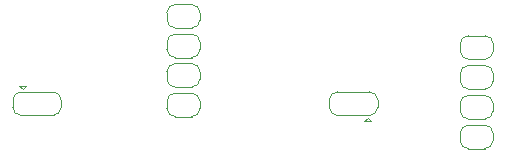
<source format=gbr>
G04 #@! TF.GenerationSoftware,KiCad,Pcbnew,5.1.6-c6e7f7d~87~ubuntu18.04.1*
G04 #@! TF.CreationDate,2021-03-10T22:13:46+06:00*
G04 #@! TF.ProjectId,USG_plus_LQFP,5553475f-706c-4757-935f-4c5146502e6b,rev?*
G04 #@! TF.SameCoordinates,Original*
G04 #@! TF.FileFunction,Legend,Bot*
G04 #@! TF.FilePolarity,Positive*
%FSLAX46Y46*%
G04 Gerber Fmt 4.6, Leading zero omitted, Abs format (unit mm)*
G04 Created by KiCad (PCBNEW 5.1.6-c6e7f7d~87~ubuntu18.04.1) date 2021-03-10 22:13:46*
%MOMM*%
%LPD*%
G01*
G04 APERTURE LIST*
%ADD10C,0.120000*%
G04 APERTURE END LIST*
D10*
X109300000Y-140300000D02*
X109600000Y-140000000D01*
X109000000Y-140000000D02*
X109600000Y-140000000D01*
X109300000Y-140300000D02*
X109000000Y-140000000D01*
X108450000Y-141200000D02*
X108450000Y-141800000D01*
X111900000Y-140500000D02*
X109100000Y-140500000D01*
X112550000Y-141800000D02*
X112550000Y-141200000D01*
X109100000Y-142500000D02*
X111900000Y-142500000D01*
X111850000Y-142500000D02*
G75*
G03*
X112550000Y-141800000I0J700000D01*
G01*
X112550000Y-141200000D02*
G75*
G03*
X111850000Y-140500000I-700000J0D01*
G01*
X109150000Y-140500000D02*
G75*
G03*
X108450000Y-141200000I0J-700000D01*
G01*
X108450000Y-141800000D02*
G75*
G03*
X109150000Y-142500000I700000J0D01*
G01*
X123600000Y-133100000D02*
X122200000Y-133100000D01*
X121500000Y-133800000D02*
X121500000Y-134400000D01*
X122200000Y-135100000D02*
X123600000Y-135100000D01*
X124300000Y-134400000D02*
X124300000Y-133800000D01*
X124300000Y-133800000D02*
G75*
G03*
X123600000Y-133100000I-700000J0D01*
G01*
X123600000Y-135100000D02*
G75*
G03*
X124300000Y-134400000I0J700000D01*
G01*
X121500000Y-134400000D02*
G75*
G03*
X122200000Y-135100000I700000J0D01*
G01*
X122200000Y-133100000D02*
G75*
G03*
X121500000Y-133800000I0J-700000D01*
G01*
X124300000Y-136900000D02*
X124300000Y-136300000D01*
X122200000Y-137600000D02*
X123600000Y-137600000D01*
X121500000Y-136300000D02*
X121500000Y-136900000D01*
X123600000Y-135600000D02*
X122200000Y-135600000D01*
X122200000Y-135600000D02*
G75*
G03*
X121500000Y-136300000I0J-700000D01*
G01*
X121500000Y-136900000D02*
G75*
G03*
X122200000Y-137600000I700000J0D01*
G01*
X123600000Y-137600000D02*
G75*
G03*
X124300000Y-136900000I0J700000D01*
G01*
X124300000Y-136300000D02*
G75*
G03*
X123600000Y-135600000I-700000J0D01*
G01*
X124300000Y-139400000D02*
X124300000Y-138800000D01*
X122200000Y-140100000D02*
X123600000Y-140100000D01*
X121500000Y-138800000D02*
X121500000Y-139400000D01*
X123600000Y-138100000D02*
X122200000Y-138100000D01*
X122200000Y-138100000D02*
G75*
G03*
X121500000Y-138800000I0J-700000D01*
G01*
X121500000Y-139400000D02*
G75*
G03*
X122200000Y-140100000I700000J0D01*
G01*
X123600000Y-140100000D02*
G75*
G03*
X124300000Y-139400000I0J700000D01*
G01*
X124300000Y-138800000D02*
G75*
G03*
X123600000Y-138100000I-700000J0D01*
G01*
X124300000Y-141900000D02*
X124300000Y-141300000D01*
X122200000Y-142600000D02*
X123600000Y-142600000D01*
X121500000Y-141300000D02*
X121500000Y-141900000D01*
X123600000Y-140600000D02*
X122200000Y-140600000D01*
X122200000Y-140600000D02*
G75*
G03*
X121500000Y-141300000I0J-700000D01*
G01*
X121500000Y-141900000D02*
G75*
G03*
X122200000Y-142600000I700000J0D01*
G01*
X123600000Y-142600000D02*
G75*
G03*
X124300000Y-141900000I0J700000D01*
G01*
X124300000Y-141300000D02*
G75*
G03*
X123600000Y-140600000I-700000J0D01*
G01*
X138700000Y-140500000D02*
X135900000Y-140500000D01*
X135250000Y-141200000D02*
X135250000Y-141800000D01*
X135900000Y-142500000D02*
X138700000Y-142500000D01*
X139350000Y-141800000D02*
X139350000Y-141200000D01*
X138500000Y-142700000D02*
X138800000Y-143000000D01*
X138800000Y-143000000D02*
X138200000Y-143000000D01*
X138500000Y-142700000D02*
X138200000Y-143000000D01*
X139350000Y-141200000D02*
G75*
G03*
X138650000Y-140500000I-700000J0D01*
G01*
X138650000Y-142500000D02*
G75*
G03*
X139350000Y-141800000I0J700000D01*
G01*
X135250000Y-141800000D02*
G75*
G03*
X135950000Y-142500000I700000J0D01*
G01*
X135950000Y-140500000D02*
G75*
G03*
X135250000Y-141200000I0J-700000D01*
G01*
X149130000Y-137040000D02*
X149130000Y-136440000D01*
X147030000Y-137740000D02*
X148430000Y-137740000D01*
X146330000Y-136440000D02*
X146330000Y-137040000D01*
X148430000Y-135740000D02*
X147030000Y-135740000D01*
X147030000Y-135740000D02*
G75*
G03*
X146330000Y-136440000I0J-700000D01*
G01*
X146330000Y-137040000D02*
G75*
G03*
X147030000Y-137740000I700000J0D01*
G01*
X148430000Y-137740000D02*
G75*
G03*
X149130000Y-137040000I0J700000D01*
G01*
X149130000Y-136440000D02*
G75*
G03*
X148430000Y-135740000I-700000J0D01*
G01*
X148430000Y-138270000D02*
X147030000Y-138270000D01*
X146330000Y-138970000D02*
X146330000Y-139570000D01*
X147030000Y-140270000D02*
X148430000Y-140270000D01*
X149130000Y-139570000D02*
X149130000Y-138970000D01*
X149130000Y-138970000D02*
G75*
G03*
X148430000Y-138270000I-700000J0D01*
G01*
X148430000Y-140270000D02*
G75*
G03*
X149130000Y-139570000I0J700000D01*
G01*
X146330000Y-139570000D02*
G75*
G03*
X147030000Y-140270000I700000J0D01*
G01*
X147030000Y-138270000D02*
G75*
G03*
X146330000Y-138970000I0J-700000D01*
G01*
X149120000Y-142100000D02*
X149120000Y-141500000D01*
X147020000Y-142800000D02*
X148420000Y-142800000D01*
X146320000Y-141500000D02*
X146320000Y-142100000D01*
X148420000Y-140800000D02*
X147020000Y-140800000D01*
X147020000Y-140800000D02*
G75*
G03*
X146320000Y-141500000I0J-700000D01*
G01*
X146320000Y-142100000D02*
G75*
G03*
X147020000Y-142800000I700000J0D01*
G01*
X148420000Y-142800000D02*
G75*
G03*
X149120000Y-142100000I0J700000D01*
G01*
X149120000Y-141500000D02*
G75*
G03*
X148420000Y-140800000I-700000J0D01*
G01*
X148420000Y-143310000D02*
X147020000Y-143310000D01*
X146320000Y-144010000D02*
X146320000Y-144610000D01*
X147020000Y-145310000D02*
X148420000Y-145310000D01*
X149120000Y-144610000D02*
X149120000Y-144010000D01*
X149120000Y-144010000D02*
G75*
G03*
X148420000Y-143310000I-700000J0D01*
G01*
X148420000Y-145310000D02*
G75*
G03*
X149120000Y-144610000I0J700000D01*
G01*
X146320000Y-144610000D02*
G75*
G03*
X147020000Y-145310000I700000J0D01*
G01*
X147020000Y-143310000D02*
G75*
G03*
X146320000Y-144010000I0J-700000D01*
G01*
M02*

</source>
